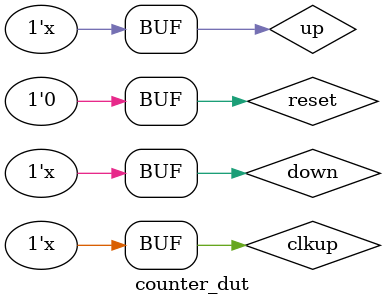
<source format=v>
module counter(clkup,up,down,reset,pcount,full_flag,empty_flag);
  input clkup,up,down,reset;
  output [3:0]pcount;
  output full_flag, empty_flag;
  
  reg [3:0]pcount=0;

  reg full_flag=0;
  reg empty_flag=0;
  
  always @(posedge clkup or  posedge reset)
  begin 
    if(reset)
      begin
        pcount<=0;
        full_flag<=0;
        empty_flag<=1;

      end

    else if(up==1)
    begin 
		if(clkup)
		begin
         if(pcount==7)
           begin

           full_flag<=1;
            end
         else
          begin
             pcount<=pcount+1;

             empty_flag<=0;
           if(pcount==7)
               full_flag<=1;
           else
              full_flag<=0;
          end
		  end
      end
      else if(down==1) 
		begin 
        if(pcount==0)
          begin

           empty_flag<=1;
           end
        else
        begin
          pcount<=pcount-1;

          full_flag<=0;
          if(pcount==0)
             empty_flag<=1;
          else
             empty_flag<=0;
         end
      end
  end
endmodule
            

//Test-Case//

module counter_dut();
  reg clkup,up,down,reset;
wire [3:0]pcount;
wire full_flag,empty_flag;

initial
begin
clkup=0;
up=1;
down=0;
reset=1; #100;
reset=0;
end
always 
#50 clkup=~clkup;
always
#900 up=~up;
always
#900 down=~down;
  
counter cc(clkup,up,down,reset,pcount,full_flag,empty_flag);

endmodule
    
    
              
  
  

</source>
